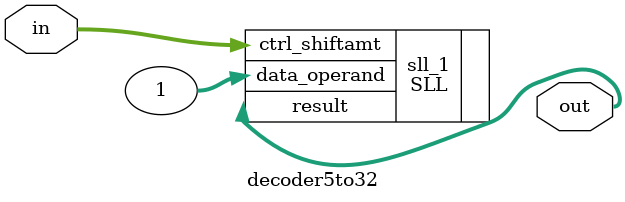
<source format=v>
module decoder5to32(
    input [4:0] in,
    output [31:0] out
);
    parameter [31:0] basevalue = 32'd1;
	 
	SLL sll_1(.data_operand(basevalue), .ctrl_shiftamt(in), .result(out));

endmodule



</source>
